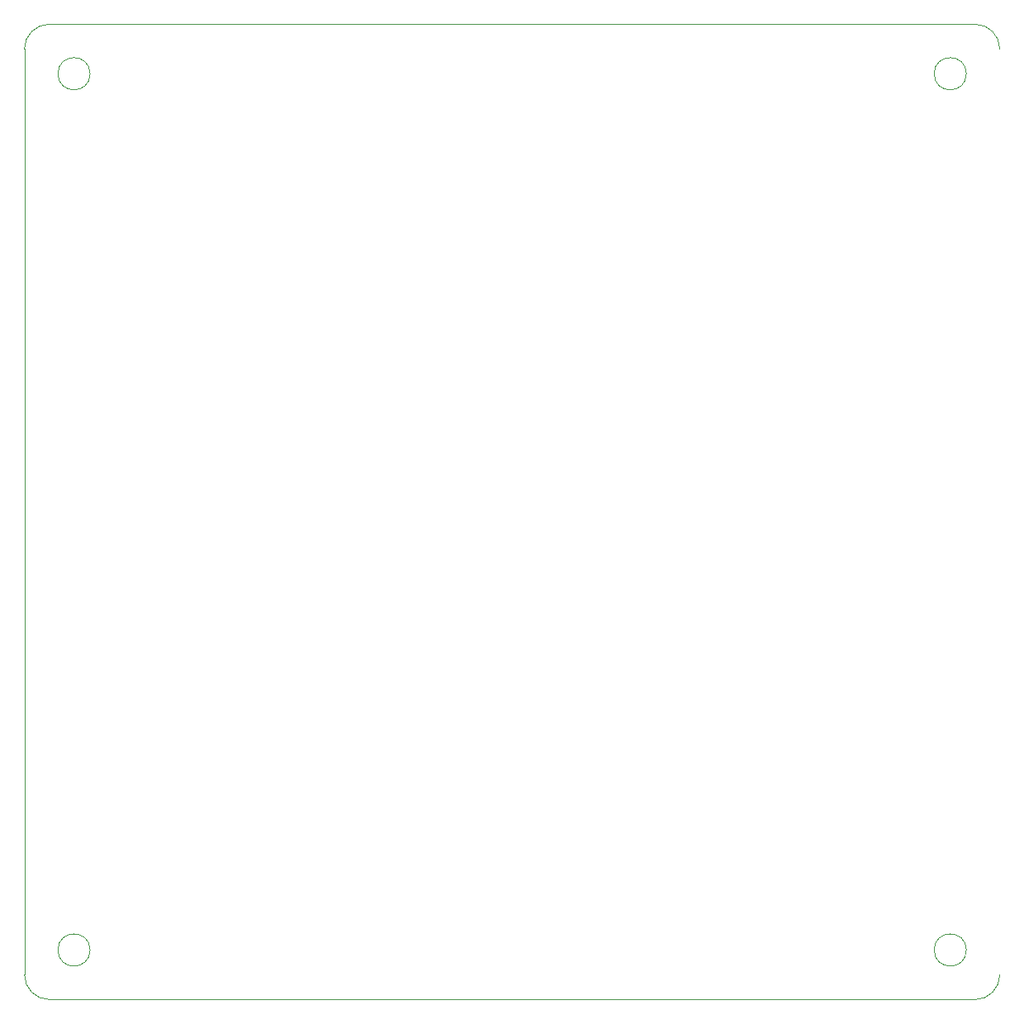
<source format=gbp>
G04 Layer_Color=128*
%FSLAX25Y25*%
%MOIN*%
G70*
G01*
G75*
%ADD19C,0.00050*%
D19*
X696850Y686850D02*
G03*
X686850Y696850I-10000J0D01*
G01*
Y303150D02*
G03*
X696850Y313150I0J10000D01*
G01*
X303150D02*
G03*
X313150Y303150I10000J0D01*
G01*
Y696850D02*
G03*
X303150Y686850I0J-10000D01*
G01*
X329646Y676850D02*
G03*
X329646Y676850I-6496J0D01*
G01*
X683347Y323150D02*
G03*
X683347Y323150I-6496J0D01*
G01*
X329646D02*
G03*
X329646Y323150I-6496J0D01*
G01*
X683347Y676850D02*
G03*
X683347Y676850I-6496J0D01*
G01*
X313150Y303150D02*
X686850D01*
X303150Y313150D02*
Y686850D01*
X313150Y696850D02*
X686850D01*
M02*

</source>
